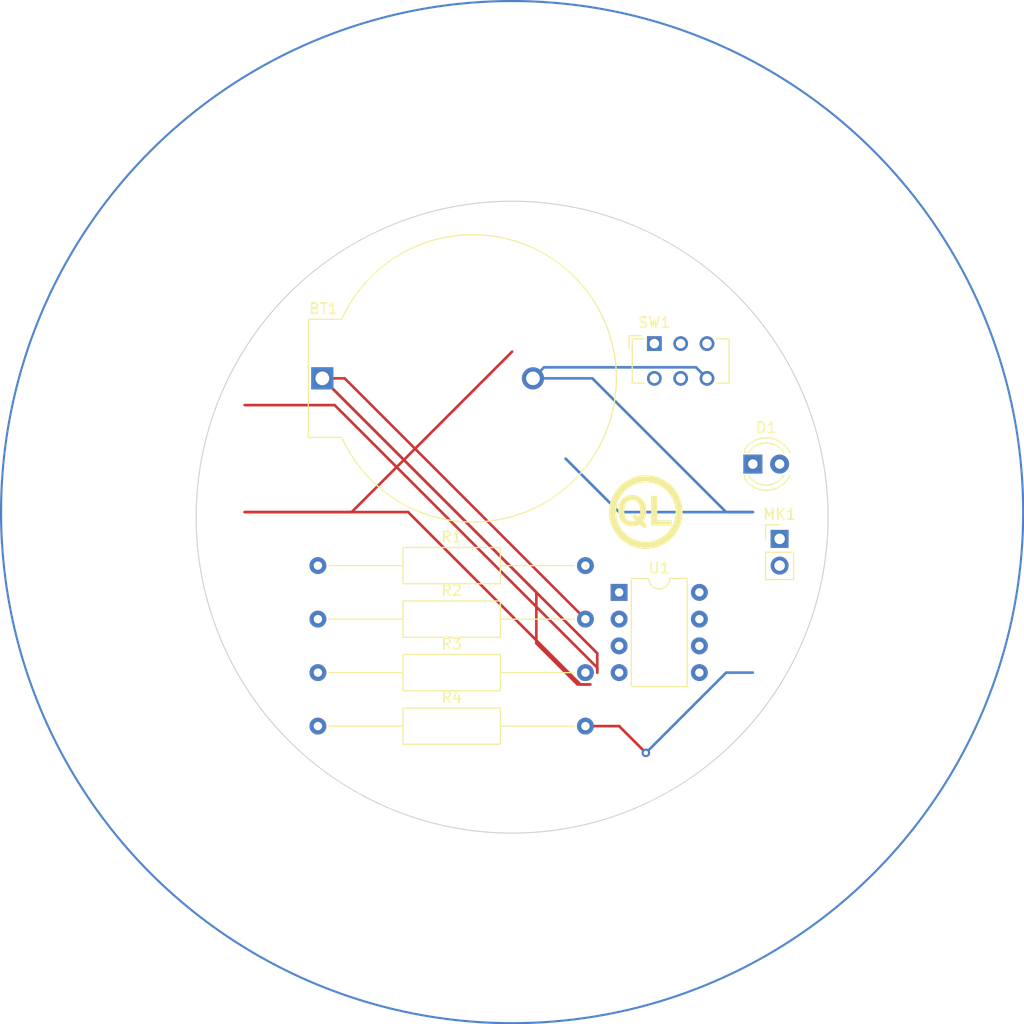
<source format=kicad_pcb>
(kicad_pcb (version 20221018) (generator pcbnew)
  (layers (0 "F.Cu" signal) (31 "B.Cu" signal) (34 "B.Paste" user) (35 "F.Paste" user) (36 "B.SilkS" user "B.Silkscreen") (37 "F.SilkS" user "F.Silkscreen") (38 "B.Mask" user) (39 "F.Mask" user) (44 "Edge.Cuts" user))
  (net 0 "")
  (net 1 "+3.3V")
  (net 2 "/POW")
  (net 3 "Net-(D1-K)")
  (net 4 "/LED")
  (net 5 "GND")
  (net 6 "Net-(MK1-+)")
  (net 7 "/RES-C")
  (net 8 "Net-(U1-PB2)")
  (footprint "Resistor_THT:R_Axial_DIN0309_L9.0mm_D3.2mm_P25.40mm_Horizontal" (layer "F.Cu") (at 121.26 109.22)
    (fp_text reference "R4" (at 12.7 -2.72) (layer "F.SilkS"))
    (fp_text value "LDR07")
    (fp_line (start 1.04 0) (end 8.08 0) (stroke (width 0.12)) (layer "F.SilkS"))
    (fp_line (start 8.08 -1.72) (end 8.08 1.72) (stroke (width 0.12)) (layer "F.SilkS"))
    (fp_line (start 8.08 1.72) (end 17.32 1.72) (stroke (width 0.12)) (layer "F.SilkS"))
    (fp_line (start 17.32 -1.72) (end 8.08 -1.72) (stroke (width 0.12)) (layer "F.SilkS"))
    (fp_line (start 17.32 1.72) (end 17.32 -1.72) (stroke (width 0.12)) (layer "F.SilkS"))
    (fp_line (start 24.36 0) (end 17.32 0) (stroke (width 0.12)) (layer "F.SilkS"))
    (pad "1" thru_hole circle (at 0 0) (size 1.6 1.6) (drill 0.8) (layers "*.Cu" "*.Mask") (net 7 "/RES-C"))
    (pad "2" thru_hole oval (at 25.4 0) (size 1.6 1.6) (drill 0.8) (layers "*.Cu" "*.Mask") (net 5 "GND"))
  )
  (footprint "Resistor_THT:R_Axial_DIN0309_L9.0mm_D3.2mm_P25.40mm_Horizontal" (layer "F.Cu") (at 121.26 104.14)
    (fp_text reference "R3" (at 12.7 -2.72) (layer "F.SilkS"))
    (fp_text value "R")
    (fp_line (start 1.04 0) (end 8.08 0) (stroke (width 0.12)) (layer "F.SilkS"))
    (fp_line (start 8.08 -1.72) (end 8.08 1.72) (stroke (width 0.12)) (layer "F.SilkS"))
    (fp_line (start 8.08 1.72) (end 17.32 1.72) (stroke (width 0.12)) (layer "F.SilkS"))
    (fp_line (start 17.32 -1.72) (end 8.08 -1.72) (stroke (width 0.12)) (layer "F.SilkS"))
    (fp_line (start 17.32 1.72) (end 17.32 -1.72) (stroke (width 0.12)) (layer "F.SilkS"))
    (fp_line (start 24.36 0) (end 17.32 0) (stroke (width 0.12)) (layer "F.SilkS"))
    (pad "1" thru_hole circle (at 0 0) (size 1.6 1.6) (drill 0.8) (layers "*.Cu" "*.Mask") (net 8 "Net-(U1-PB2)"))
    (pad "2" thru_hole oval (at 25.4 0) (size 1.6 1.6) (drill 0.8) (layers "*.Cu" "*.Mask") (net 6 "Net-(MK1-+)"))
  )
  (footprint "Resistor_THT:R_Axial_DIN0309_L9.0mm_D3.2mm_P25.40mm_Horizontal" (layer "F.Cu") (at 121.26 99.06)
    (fp_text reference "R2" (at 12.7 -2.72) (layer "F.SilkS"))
    (fp_text value "R")
    (fp_line (start 1.04 0) (end 8.08 0) (stroke (width 0.12)) (layer "F.SilkS"))
    (fp_line (start 8.08 -1.72) (end 8.08 1.72) (stroke (width 0.12)) (layer "F.SilkS"))
    (fp_line (start 8.08 1.72) (end 17.32 1.72) (stroke (width 0.12)) (layer "F.SilkS"))
    (fp_line (start 17.32 -1.72) (end 8.08 -1.72) (stroke (width 0.12)) (layer "F.SilkS"))
    (fp_line (start 17.32 1.72) (end 17.32 -1.72) (stroke (width 0.12)) (layer "F.SilkS"))
    (fp_line (start 24.36 0) (end 17.32 0) (stroke (width 0.12)) (layer "F.SilkS"))
    (pad "1" thru_hole circle (at 0 0) (size 1.6 1.6) (drill 0.8) (layers "*.Cu" "*.Mask") (net 7 "/RES-C"))
    (pad "2" thru_hole oval (at 25.4 0) (size 1.6 1.6) (drill 0.8) (layers "*.Cu" "*.Mask") (net 1 "+3.3V"))
  )
  (footprint "LOGO" (layer "F.Cu") (at 152.4 88.9)
    (fp_text reference "G***" hide)
    (fp_text value "LOGO" hide)
    (fp_poly (pts (xy 1.080269 -0.386299) (xy 1.080269 0.772597) (xy 1.770821 0.772597) (xy 2.461372 0.772597) (xy 2.461372 1.02899) (xy 2.461372 1.285383) (xy 1.476823 1.285383) (xy 0.492274 1.285383) (xy 0.492274 -0.129906) (xy 0.492274 -1.545196) (xy 0.786271 -1.545196) (xy 1.080269 -1.545196)) (fill solid) (layer "F.SilkS"))
    (fp_poly (pts (xy 0.10059 -3.496243) (xy 0.163964 -3.495095) (xy 0.221161 -3.493371) (xy 0.269701 -3.49107) (xy 0.307105 -3.488193) (xy 0.307671 -3.488135) (xy 0.511857 -3.46241) (xy 0.706717 -3.428166) (xy 0.893985 -3.384924) (xy 1.075397 -3.332203) (xy 1.252687 -3.269524) (xy 1.42759 -3.196408) (xy 1.521265 -3.152606) (xy 1.713636 -3.051933) (xy 1.898219 -2.940398) (xy 2.074653 -2.818498) (xy 2.242576 -2.686725) (xy 2.401626 -2.545575) (xy 2.551443 -2.395542) (xy 2.691666 -2.23712) (xy 2.821932 -2.070803) (xy 2.941881 -1.897086) (xy 3.051151 -1.716464) (xy 3.149382 -1.52943) (xy 3.23621 -1.336479) (xy 3.311277 -1.138106) (xy 3.374219 -0.934804) (xy 3.424676 -0.727069) (xy 3.462286 -0.515394) (xy 3.46557 -0.492275) (xy 3.474451 -0.426049) (xy 3.481533 -0.367445) (xy 3.487008 -0.313465) (xy 3.491065 -0.261106) (xy 3.493897 -0.207368) (xy 3.495696 -0.14925) (xy 3.496652 -0.083753) (xy 3.496957 -0.007875) (xy 3.496959 0) (xy 3.496706 0.077023) (xy 3.49582 0.143379) (xy 3.49411 0.20207) (xy 3.491385 0.256096) (xy 3.487452 0.308457) (xy 3.482121 0.362154) (xy 3.4752 0.420188) (xy 3.466499 0.485559) (xy 3.46557 0.492274) (xy 3.429372 0.704346) (xy 3.380287 0.912531) (xy 3.318679 1.116336) (xy 3.244907 1.315267) (xy 3.159333 1.508828) (xy 3.062319 1.696526) (xy 2.954226 1.877866) (xy 2.835415 2.052354) (xy 2.706248 2.219495) (xy 2.567085 2.378795) (xy 2.418289 2.52976) (xy 2.26022 2.671895) (xy 2.093239 2.804706) (xy 1.917709 2.927699) (xy 1.733991 3.040379) (xy 1.542444 3.142251) (xy 1.521265 3.152605) (xy 1.342331 3.233465) (xy 1.161874 3.303077) (xy 0.978163 3.361928) (xy 0.78947 3.410506) (xy 0.594063 3.449299) (xy 0.390211 3.478794) (xy 0.345276 3.48395) (xy 0.314977 3.486559) (xy 0.273952 3.489051) (xy 0.22459 3.49137) (xy 0.169283 3.493459) (xy 0.11042 3.495262) (xy 0.050393 3.496721) (xy -0.008407 3.497781) (xy -0.063591 3.498384) (xy -0.112768 3.498475) (xy -0.153547 3.497995) (xy -0.183536 3.496889) (xy -0.188022 3.496589) (xy -0.363393 3.480672) (xy -0.52825 3.459643) (xy -0.684959 3.432984) (xy -0.835885 3.400178) (xy -0.983393 3.360708) (xy -1.129849 3.314056) (xy -1.277618 3.259706) (xy -1.285384 3.256659) (xy -1.482887 3.171709) (xy -1.673603 3.075218) (xy -1.857137 2.967683) (xy -2.033095 2.849606) (xy -2.201084 2.721487) (xy -2.360708 2.583823) (xy -2.511574 2.437117) (xy -2.653288 2.281866) (xy -2.785455 2.118572) (xy -2.907681 1.947734) (xy -3.019572 1.769851) (xy -3.120734 1.585424) (xy -3.210773 1.394953) (xy -3.289295 1.198936) (xy -3.355905 0.997874) (xy -3.410209 0.792267) (xy -3.451813 0.582614) (xy -3.465571 0.492274) (xy -3.474452 0.426048) (xy -3.481534 0.367445) (xy -3.487008 0.313464) (xy -3.491066 0.261105) (xy -3.493898 0.207367) (xy -3.495697 0.14925) (xy -3.496561 0.090085) (xy -2.81287 0.090085) (xy -2.800511 0.281391) (xy -2.775105 0.47169) (xy -2.73656 0.660188) (xy -2.704573 0.780828) (xy -2.64356 0.967151) (xy -2.570236 1.147797) (xy -2.484944 1.322267) (xy -2.38803 1.49006) (xy -2.279839 1.650679) (xy -2.160715 1.803623) (xy -2.031003 1.948393) (xy -1.891047 2.08449) (xy -1.741192 2.211414) (xy -1.690063 2.250871) (xy -1.53234 2.361335) (xy -1.367638 2.460382) (xy -1.19676 2.54777) (xy -1.020508 2.623255) (xy -0.839682 2.686596) (xy -0.655086 2.73755) (xy -0.46752 2.775874) (xy -0.277786 2.801325) (xy -0.086685 2.813661) (xy 0.10498 2.812639) (xy 0.157254 2.81001) (xy 0.35562 2.791457) (xy 0.549983 2.759954) (xy 0.739954 2.715676) (xy 0.925141 2.658799) (xy 1.105154 2.589497) (xy 1.279602 2.507944) (xy 1.448095 2.414316) (xy 1.610241 2.308788) (xy 1.765651 2.191534) (xy 1.913933 2.06273) (xy 1.98967 1.98967) (xy 2.124322 1.845753) (xy 2.247106 1.695121) (xy 2.358218 1.53749) (xy 2.457856 1.37258) (xy 2.546218 1.200107) (xy 2.55426 1.182826) (xy 2.630244 1.002045) (xy 2.693158 0.817879) (xy 2.743002 0.630966) (xy 2.779778 0.441942) (xy 2.803483 0.251444) (xy 2.814119 0.06011) (xy 2.811685 -0.131425) (xy 2.796182 -0.322522) (xy 2.767609 -0.512545) (xy 2.725967 -0.700858) (xy 2.671255 -0.886822) (xy 2.603473 -1.069802) (xy 2.55426 -1.182827) (xy 2.467252 -1.355218) (xy 2.368534 -1.52096) (xy 2.258658 -1.679456) (xy 2.138178 -1.830106) (xy 2.007646 -1.972311) (xy 1.867615 -2.105473) (xy 1.718638 -2.228993) (xy 1.561268 -2.342273) (xy 1.396058 -2.444712) (xy 1.381208 -2.453162) (xy 1.210466 -2.541847) (xy 1.034372 -2.618225) (xy 0.853719 -2.682204) (xy 0.669304 -2.733691) (xy 0.481922 -2.772593) (xy 0.292366 -2.798819) (xy 0.101432 -2.812275) (xy -0.090086 -2.81287) (xy -0.281391 -2.800511) (xy -0.471691 -2.775105) (xy -0.660189 -2.73656) (xy -0.780829 -2.704573) (xy -0.966472 -2.643765) (xy -1.146469 -2.570696) (xy -1.320287 -2.485788) (xy -1.487392 -2.389465) (xy -1.647251 -2.282147) (xy -1.799329 -2.164258) (xy -1.943095 -2.03622) (xy -2.078013 -1.898454) (xy -2.203551 -1.751383) (xy -2.319174 -1.59543) (xy -2.42435 -1.431016) (xy -2.453162 -1.381209) (xy -2.541847 -1.210467) (xy -2.618225 -1.034372) (xy -2.682204 -0.85372) (xy -2.733691 -0.669305) (xy -2.772593 -0.481922) (xy -2.798819 -0.292367) (xy -2.812275 -0.101433) (xy -2.81287 0.090085) (xy -3.496561 0.090085) (xy -3.496653 0.083752) (xy -3.496957 0.007874) (xy -3.496959 0) (xy -3.496707 -0.077023) (xy -3.495821 -0.14338) (xy -3.494111 -0.202071) (xy -3.491385 -0.256096) (xy -3.487453 -0.308457) (xy -3.482122 -0.362155) (xy -3.475201 -0.420188) (xy -3.466499 -0.48556) (xy -3.465571 -0.492275) (xy -3.429372 -0.704346) (xy -3.380288 -0.912532) (xy -3.318679 -1.116337) (xy -3.244908 -1.315268) (xy -3.159334 -1.508829) (xy -3.06232 -1.696527) (xy -2.954227 -1.877867) (xy -2.835416 -2.052355) (xy -2.706248 -2.219496) (xy -2.567086 -2.378796) (xy -2.418289 -2.529761) (xy -2.26022 -2.671896) (xy -2.09324 -2.804707) (xy -1.91771 -2.9277) (xy -1.733991 -3.04038) (xy -1.542445 -3.142252) (xy -1.521266 -3.152606) (xy -1.346928 -3.231534) (xy -1.171137 -3.299766) (xy -0.992157 -3.357782) (xy -0.808254 -3.406062) (xy -0.617692 -3.445085) (xy -0.418737 -3.475331) (xy -0.307672 -3.488135) (xy -0.270496 -3.491022) (xy -0.222138 -3.493334) (xy -0.165078 -3.495068) (xy -0.101795 -3.496227) (xy -0.034769 -3.496809) (xy 0.033519 -3.496814)) (fill solid) (layer "F.SilkS"))
    (fp_poly (pts (xy -1.214275 -1.629769) (xy -1.15203 -1.627008) (xy -1.097212 -1.622545) (xy -1.063177 -1.618096) (xy -0.928708 -1.590205) (xy -0.802089 -1.551169) (xy -0.683065 -1.500857) (xy -0.571381 -1.439137) (xy -0.466781 -1.365878) (xy -0.369011 -1.280948) (xy -0.327042 -1.238749) (xy -0.246211 -1.145597) (xy -0.175776 -1.046635) (xy -0.11533 -0.940968) (xy -0.064465 -0.827698) (xy -0.022774 -0.705931) (xy 0.01015 -0.57477) (xy 0.032607 -0.448066) (xy 0.036854 -0.409428) (xy 0.04016 -0.359765) (xy 0.042528 -0.301695) (xy 0.043962 -0.237836) (xy 0.044464 -0.170804) (xy 0.044039 -0.103218) (xy 0.042689 -0.037695) (xy 0.040417 0.023149) (xy 0.037227 0.076695) (xy 0.033123 0.120326) (xy 0.031881 0.129905) (xy 0.02032 0.205781) (xy 0.007768 0.272834) (xy -0.006894 0.335916) (xy -0.024783 0.399876) (xy -0.045171 0.46402) (xy -0.082299 0.564301) (xy -0.124259 0.656767) (xy -0.170071 0.739437) (xy -0.21304 0.80284) (xy -0.259667 0.864847) (xy -0.17912 0.946919) (xy -0.123549 1.003642) (xy -0.076852 1.051699) (xy -0.038268 1.092125) (xy -0.007034 1.125958) (xy 0.017609 1.154234) (xy 0.036424 1.177989) (xy 0.050172 1.19826) (xy 0.059615 1.216083) (xy 0.065513 1.232495) (xy 0.068628 1.248532) (xy 0.069721 1.265231) (xy 0.069554 1.283627) (xy 0.069504 1.285383) (xy 0.063338 1.351702) (xy 0.049201 1.40801) (xy 0.027338 1.453938) (xy -0.002005 1.489119) (xy -0.038581 1.513187) (xy -0.082144 1.525774) (xy -0.092302 1.526936) (xy -0.120464 1.527912) (xy -0.148145 1.526562) (xy -0.161742 1.524633) (xy -0.180619 1.519851) (xy -0.19902 1.512889) (xy -0.2183 1.502728) (xy -0.239812 1.488347) (xy -0.264911 1.468727) (xy -0.294951 1.442849) (xy -0.331287 1.409694) (xy -0.375274 1.36824) (xy -0.396768 1.347716) (xy -0.434975 1.311164) (xy -0.470883 1.276874) (xy -0.50305 1.246218) (xy -0.530033 1.220569) (xy -0.550389 1.201299) (xy -0.562677 1.189781) (xy -0.564309 1.188283) (xy -0.584638 1.16981) (xy -0.617899 1.190512) (xy -0.656901 1.21309) (xy -0.703422 1.237376) (xy -0.753186 1.261348) (xy -0.801917 1.282982) (xy -0.845338 1.300255) (xy -0.862349 1.306178) (xy -0.948121 1.329471) (xy -1.043563 1.34696) (xy -1.1459 1.358502) (xy -1.252355 1.363955) (xy -1.36015 1.363175) (xy -1.46651 1.35602) (xy -1.567612 1.342524) (xy -1.664641 1.321426) (xy -1.763957 1.291402) (xy -1.861046 1.254083) (xy -1.951395 1.211098) (xy -1.98838 1.190501) (xy -2.060864 1.143117) (xy -2.134983 1.085704) (xy -2.207686 1.021077) (xy -2.275921 0.952053) (xy -2.336637 0.881447) (xy -2.367283 0.840773) (xy -2.429248 0.742865) (xy -2.483655 0.634272) (xy -2.530177 0.51591) (xy -2.568492 0.388696) (xy -2.598275 0.253547) (xy -2.616245 0.136316) (xy -2.621204 0.084831) (xy -2.624822 0.02298) (xy -2.627098 -0.045993) (xy -2.628032 -0.118845) (xy -2.627795 -0.161685) (xy -2.043968 -0.161685) (xy -2.043128 -0.094647) (xy -2.040973 -0.027681) (xy -2.037583 0.036169) (xy -2.033042 0.09386) (xy -2.02743 0.142348) (xy -2.02452 0.160673) (xy -2.001451 0.268653) (xy -1.972385 0.365382) (xy -1.936728 0.452172) (xy -1.893885 0.530333) (xy -1.84326 0.601177) (xy -1.804599 0.6453) (xy -1.732767 0.711772) (xy -1.654611 0.766122) (xy -1.570194 0.808316) (xy -1.47958 0.838322) (xy -1.398197 0.854156) (xy -1.35499 0.857775) (xy -1.303722 0.858476) (xy -1.249214 0.856489) (xy -1.196284 0.852044) (xy -1.149754 0.845372) (xy -1.131018 0.841423) (xy -1.106055 0.834773) (xy -1.07694 0.826093) (xy -1.046848 0.816449) (xy -1.018954 0.806907) (xy -0.996433 0.798534) (xy -0.982461 0.792396) (xy -0.979819 0.790657) (xy -0.983877 0.785542) (xy -0.99627 0.772397) (xy -1.015508 0.752702) (xy -1.040098 0.727935) (xy -1.06855 0.699576) (xy -1.099373 0.669104) (xy -1.131075 0.637999) (xy -1.162166 0.607739) (xy -1.191153 0.579805) (xy -1.216547 0.555675) (xy -1.219005 0.553365) (xy -1.258602 0.516204) (xy -1.262716 0.433742) (xy -1.263992 0.387424) (xy -1.262039 0.350173) (xy -1.256019 0.317592) (xy -1.245093 0.285283) (xy -1.228422 0.24885) (xy -1.226842 0.24568) (xy -1.203081 0.212862) (xy -1.169742 0.187799) (xy -1.129212 0.171619) (xy -1.083877 0.165454) (xy -1.059758 0.166521) (xy -1.035295 0.169456) (xy -1.014202 0.173353) (xy -0.994906 0.179255) (xy -0.975835 0.188204) (xy -0.955416 0.201243) (xy -0.932076 0.219416) (xy -0.904244 0.243765) (xy -0.870345 0.275334) (xy -0.828808 0.315165) (xy -0.813929 0.329552) (xy -0.772313 0.369663) (xy -0.73934 0.400987) (xy -0.713974 0.424398) (xy -0.695183 0.440771) (xy -0.681933 0.450982) (xy -0.673191 0.455905) (xy -0.667922 0.456416) (xy -0.66591 0.454853) (xy -0.658689 0.441646) (xy -0.648283 0.418338) (xy -0.6358 0.38781) (xy -0.622347 0.352944) (xy -0.609031 0.316622) (xy -0.596957 0.281727) (xy -0.587233 0.251141) (xy -0.585766 0.246137) (xy -0.571705 0.193033) (xy -0.560881 0.141363) (xy -0.55286 0.087856) (xy -0.547207 0.029239) (xy -0.543487 -0.037761) (xy -0.542003 -0.083343) (xy -0.542535 -0.225975) (xy -0.551845 -0.358213) (xy -0.569972 -0.48018) (xy -0.596952 -0.591997) (xy -0.632823 -0.693786) (xy -0.677623 -0.785671) (xy -0.731389 -0.867772) (xy -0.794158 -0.940211) (xy -0.810041 -0.955677) (xy -0.866786 -1.004041) (xy -0.924635 -1.042188) (xy -0.988272 -1.0731) (xy -1.005168 -1.079867) (xy -1.050765 -1.096057) (xy -1.094172 -1.108041) (xy -1.138686 -1.116323) (xy -1.187603 -1.121403) (xy -1.244216 -1.123783) (xy -1.29564 -1.124089) (xy -1.341837 -1.123667) (xy -1.377524 -1.122726) (xy -1.405863 -1.120955) (xy -1.430018 -1.118044) (xy -1.453151 -1.113681) (xy -1.478424 -1.107556) (xy -1.48708 -1.10528) (xy -1.580204 -1.073944) (xy -1.665129 -1.031719) (xy -1.741771 -0.978722) (xy -1.810048 -0.915068) (xy -1.869878 -0.840874) (xy -1.921176 -0.756257) (xy -1.963861 -0.661331) (xy -1.99785 -0.556213) (xy -2.023059 -0.44102) (xy -2.037775 -0.332807) (xy -2.041373 -0.283809) (xy -2.04341 -0.225754) (xy -2.043968 -0.161685) (xy -2.627795 -0.161685) (xy -2.627625 -0.192335) (xy -2.625876 -0.263218) (xy -2.622785 -0.328251) (xy -2.618352 -0.384193) (xy -2.616245 -0.402965) (xy -2.592419 -0.55195) (xy -2.559213 -0.691118) (xy -2.51652 -0.820699) (xy -2.464235 -0.940924) (xy -2.402251 -1.052025) (xy -2.330464 -1.15423) (xy -2.248768 -1.247772) (xy -2.212906 -1.28318) (xy -2.11726 -1.365665) (xy -2.016567 -1.436525) (xy -1.909854 -1.496224) (xy -1.796147 -1.54523) (xy -1.674474 -1.584008) (xy -1.543861 -1.613026) (xy -1.514428 -1.61805) (xy -1.467537 -1.623796) (xy -1.410578 -1.627841) (xy -1.347048 -1.630185) (xy -1.280447 -1.630828)) (fill solid) (layer "F.SilkS"))
  )
  (footprint "Button_Switch_THT:SW_CuK_JS202011AQN_DPDT_Angled" (layer "F.Cu") (at 153.205 72.9)
    (fp_text reference "SW1" (at 0 -2) (layer "F.SilkS"))
    (fp_text value "SW_DPDT_x2")
    (fp_line (start -2.4 -0.75) (end -2.4 0.45) (stroke (width 0.12)) (layer "F.SilkS"))
    (fp_line (start -2.1 -0.45) (end -2.1 3.75) (stroke (width 0.12)) (layer "F.SilkS"))
    (fp_line (start -2.1 3.75) (end -0.9 3.75) (stroke (width 0.12)) (layer "F.SilkS"))
    (fp_line (start -1.2 -0.75) (end -2.4 -0.75) (stroke (width 0.12)) (layer "F.SilkS"))
    (fp_line (start -0.9 -0.45) (end -2.1 -0.45) (stroke (width 0.12)) (layer "F.SilkS"))
    (fp_line (start 5.9 -0.45) (end 7.1 -0.45) (stroke (width 0.12)) (layer "F.SilkS"))
    (fp_line (start 7.1 -0.45) (end 7.1 3.75) (stroke (width 0.12)) (layer "F.SilkS"))
    (fp_line (start 7.1 3.75) (end 5.9 3.75) (stroke (width 0.12)) (layer "F.SilkS"))
    (pad "1" thru_hole rect (at 0 0) (size 1.4 1.4) (drill 0.9) (layers "*.Cu" "*.Mask"))
    (pad "2" thru_hole circle (at 2.5 0) (size 1.4 1.4) (drill 0.9) (layers "*.Cu" "*.Mask"))
    (pad "3" thru_hole circle (at 5 0) (size 1.4 1.4) (drill 0.9) (layers "*.Cu" "*.Mask"))
    (pad "4" thru_hole circle (at 0 3.3) (size 1.4 1.4) (drill 0.9) (layers "*.Cu" "*.Mask"))
    (pad "5" thru_hole circle (at 2.5 3.3) (size 1.4 1.4) (drill 0.9) (layers "*.Cu" "*.Mask") (net 5 "GND"))
    (pad "6" thru_hole circle (at 5 3.3) (size 1.4 1.4) (drill 0.9) (layers "*.Cu" "*.Mask") (net 2 "/POW"))
  )
  (footprint "Battery:BatteryHolder_ComfortableElectronic_CH273-2450_1x2450" (layer "F.Cu") (at 121.68 76.2)
    (fp_text reference "BT1" (at 0.1 -6.62) (layer "F.SilkS"))
    (fp_text value "Battery_Cell")
    (fp_line (start -1.33 -5.61) (end 1.845 -5.61) (stroke (width 0.12)) (layer "F.SilkS"))
    (fp_line (start -1.33 5.61) (end -1.33 -5.61) (stroke (width 0.12)) (layer "F.SilkS"))
    (fp_line (start 1.845 5.61) (end -1.33 5.61) (stroke (width 0.12)) (layer "F.SilkS"))
    (fp_arc (start 1.845 -5.61) (mid 27.921896 0) (end 1.845 5.61) (stroke (width 0.12)) (layer "F.SilkS"))
    (pad "1" thru_hole rect (at 0 0 270) (size 2.1 2.1) (drill 1.3) (layers "*.Cu" "*.Mask") (net 1 "+3.3V"))
    (pad "2" thru_hole circle (at 20 0 270) (size 2.1 2.1) (drill 1.3) (layers "*.Cu" "*.Mask") (net 2 "/POW"))
  )
  (footprint "LED_THT:LED_D4.0mm" (layer "F.Cu") (at 162.56 84.34)
    (fp_text reference "D1" (at 1.27 -3.46) (layer "F.SilkS"))
    (fp_text value "LED")
    (fp_line (start -0.79 -1.399) (end -0.79 -1.08) (stroke (width 0.12)) (layer "F.SilkS"))
    (fp_line (start -0.79 1.08) (end -0.79 1.399) (stroke (width 0.12)) (layer "F.SilkS"))
    (fp_arc (start -0.79 -1.398749) (mid 1.453519 -2.483228) (end 3.513242 -1.080724) (stroke (width 0.12)) (layer "F.SilkS"))
    (fp_arc (start -0.41333 -1.08) (mid 1.269429 -2) (end 2.952713 -1.080961) (stroke (width 0.12)) (layer "F.SilkS"))
    (fp_arc (start 2.952713 1.080961) (mid 1.269429 2) (end -0.41333 1.08) (stroke (width 0.12)) (layer "F.SilkS"))
    (fp_arc (start 3.513242 1.080724) (mid 1.453519 2.483228) (end -0.79 1.398749) (stroke (width 0.12)) (layer "F.SilkS"))
    (pad "1" thru_hole rect (at 0 0) (size 1.8 1.8) (drill 0.9) (layers "*.Cu" "*.Mask") (net 3 "Net-(D1-K)"))
    (pad "2" thru_hole circle (at 2.54 0) (size 1.8 1.8) (drill 0.9) (layers "*.Cu" "*.Mask") (net 4 "/LED"))
  )
  (footprint "Connector_PinHeader_2.54mm:PinHeader_1x02_P2.54mm_Vertical" (layer "F.Cu") (at 165.1 91.44)
    (fp_text reference "MK1" (at 0 -2.33) (layer "F.SilkS"))
    (fp_text value "Microphone_Condenser")
    (fp_line (start -1.33 -1.33) (end 0 -1.33) (stroke (width 0.12)) (layer "F.SilkS"))
    (fp_line (start -1.33 0) (end -1.33 -1.33) (stroke (width 0.12)) (layer "F.SilkS"))
    (fp_line (start -1.33 1.27) (end -1.33 3.87) (stroke (width 0.12)) (layer "F.SilkS"))
    (fp_line (start -1.33 1.27) (end 1.33 1.27) (stroke (width 0.12)) (layer "F.SilkS"))
    (fp_line (start -1.33 3.87) (end 1.33 3.87) (stroke (width 0.12)) (layer "F.SilkS"))
    (fp_line (start 1.33 1.27) (end 1.33 3.87) (stroke (width 0.12)) (layer "F.SilkS"))
    (pad "1" thru_hole rect (at 0 0) (size 1.7 1.7) (drill 1) (layers "*.Cu" "*.Mask") (net 5 "GND"))
    (pad "2" thru_hole oval (at 0 2.54) (size 1.7 1.7) (drill 1) (layers "*.Cu" "*.Mask") (net 6 "Net-(MK1-+)"))
  )
  (footprint "Package_DIP:DIP-8_W7.62mm" (layer "F.Cu") (at 149.86 96.52)
    (fp_text reference "U1" (at 3.81 -2.33) (layer "F.SilkS"))
    (fp_text value "ATtiny85V-10P")
    (fp_line (start 1.16 -1.33) (end 1.16 8.95) (stroke (width 0.12)) (layer "F.SilkS"))
    (fp_line (start 1.16 8.95) (end 6.46 8.95) (stroke (width 0.12)) (layer "F.SilkS"))
    (fp_line (start 2.81 -1.33) (end 1.16 -1.33) (stroke (width 0.12)) (layer "F.SilkS"))
    (fp_line (start 6.46 -1.33) (end 4.81 -1.33) (stroke (width 0.12)) (layer "F.SilkS"))
    (fp_line (start 6.46 8.95) (end 6.46 -1.33) (stroke (width 0.12)) (layer "F.SilkS"))
    (fp_arc (start 4.81 -1.33) (mid 3.81 -0.33) (end 2.81 -1.33) (stroke (width 0.12)) (layer "F.SilkS"))
    (pad "1" thru_hole rect (at 0 0) (size 1.6 1.6) (drill 0.8) (layers "*.Cu" "*.Mask"))
    (pad "2" thru_hole oval (at 0 2.54) (size 1.6 1.6) (drill 0.8) (layers "*.Cu" "*.Mask") (net 7 "/RES-C"))
    (pad "3" thru_hole oval (at 0 5.08) (size 1.6 1.6) (drill 0.8) (layers "*.Cu" "*.Mask"))
    (pad "4" thru_hole oval (at 0 7.62) (size 1.6 1.6) (drill 0.8) (layers "*.Cu" "*.Mask") (net 5 "GND"))
    (pad "5" thru_hole oval (at 7.62 7.62) (size 1.6 1.6) (drill 0.8) (layers "*.Cu" "*.Mask"))
    (pad "6" thru_hole oval (at 7.62 5.08) (size 1.6 1.6) (drill 0.8) (layers "*.Cu" "*.Mask") (net 4 "/LED"))
    (pad "7" thru_hole oval (at 7.62 2.54) (size 1.6 1.6) (drill 0.8) (layers "*.Cu" "*.Mask") (net 8 "Net-(U1-PB2)"))
    (pad "8" thru_hole oval (at 7.62 0) (size 1.6 1.6) (drill 0.8) (layers "*.Cu" "*.Mask") (net 1 "+3.3V"))
  )
  (footprint "Resistor_THT:R_Axial_DIN0309_L9.0mm_D3.2mm_P25.40mm_Horizontal" (layer "F.Cu") (at 121.26 93.98)
    (fp_text reference "R1" (at 12.7 -2.72) (layer "F.SilkS"))
    (fp_text value "R")
    (fp_line (start 1.04 0) (end 8.08 0) (stroke (width 0.12)) (layer "F.SilkS"))
    (fp_line (start 8.08 -1.72) (end 8.08 1.72) (stroke (width 0.12)) (layer "F.SilkS"))
    (fp_line (start 8.08 1.72) (end 17.32 1.72) (stroke (width 0.12)) (layer "F.SilkS"))
    (fp_line (start 17.32 -1.72) (end 8.08 -1.72) (stroke (width 0.12)) (layer "F.SilkS"))
    (fp_line (start 17.32 1.72) (end 17.32 -1.72) (stroke (width 0.12)) (layer "F.SilkS"))
    (fp_line (start 24.36 0) (end 17.32 0) (stroke (width 0.12)) (layer "F.SilkS"))
    (pad "1" thru_hole circle (at 0 0) (size 1.6 1.6) (drill 0.8) (layers "*.Cu" "*.Mask") (net 3 "Net-(D1-K)"))
    (pad "2" thru_hole oval (at 25.4 0) (size 1.6 1.6) (drill 0.8) (layers "*.Cu" "*.Mask") (net 5 "GND"))
  )
  (gr_circle (center 139.7 88.9) (end 104.14 121.92) (stroke (width 0.2)) (fill none) (layer "B.Cu"))
  (gr_circle locked (center 139.7 89.38) (end 169.7 89.38) (stroke (width 0.1)) (fill none) (layer "Edge.Cuts"))
  (segment (start 146.194009 105.265) (end 129.829009 88.9) (width 0.25) (layer "F.Cu") (net 1))
  (segment (start 114.3 88.9) (end 124.46 88.9) (width 0.25) (layer "F.Cu") (net 1))
  (segment (start 142 101.36) (end 144.78 104.14) (width 0.25) (layer "F.Cu") (net 1))
  (segment (start 145.905 105.265) (end 147.125991 105.265) (width 0.25) (layer "F.Cu") (net 1))
  (segment (start 147.125991 105.265) (end 146.194009 105.265) (width 0.25) (layer "F.Cu") (net 1))
  (segment (start 121.68 76.2) (end 142 96.52) (width 0.25) (layer "F.Cu") (net 1))
  (segment (start 121.68 76.2) (end 123.8 76.2) (width 0.25) (layer "F.Cu") (net 1))
  (segment (start 147.785 102.305) (end 147.785 104.14) (width 0.25) (layer "F.Cu") (net 1))
  (segment (start 147.785 103.674009) (end 122.850991 78.74) (width 0.25) (layer "F.Cu") (net 1))
  (segment (start 144.78 104.14) (end 145.905 105.265) (width 0.25) (layer "F.Cu") (net 1))
  (segment (start 123.8 76.2) (end 146.66 99.06) (width 0.25) (layer "F.Cu") (net 1))
  (segment (start 122.850991 78.74) (end 114.3 78.74) (width 0.25) (layer "F.Cu") (net 1))
  (segment (start 147.785 104.14) (end 147.785 103.674009) (width 0.25) (layer "F.Cu") (net 1))
  (segment (start 124.46 88.9) (end 139.7 73.66) (width 0.25) (layer "F.Cu") (net 1))
  (segment (start 142 96.52) (end 142 101.36) (width 0.25) (layer "F.Cu") (net 1))
  (segment (start 121.68 76.2) (end 147.785 102.305) (width 0.25) (layer "F.Cu") (net 1))
  (segment (start 129.829009 88.9) (end 114.3 88.9) (width 0.25) (layer "F.Cu") (net 1))
  (segment (start 162.56 88.9) (end 149.86 88.9) (width 0.25) (layer "B.Cu") (net 2))
  (segment (start 149.86 88.9) (end 144.78 83.82) (width 0.25) (layer "B.Cu") (net 2))
  (segment (start 141.68 76.2) (end 147.32 76.2) (width 0.25) (layer "B.Cu") (net 2))
  (segment (start 160.02 88.9) (end 162.56 88.9) (width 0.25) (layer "B.Cu") (net 2))
  (segment (start 141.68 76.2) (end 142.73 75.15) (width 0.25) (layer "B.Cu") (net 2))
  (segment (start 147.32 76.2) (end 160.02 88.9) (width 0.25) (layer "B.Cu") (net 2))
  (segment (start 157.155 75.15) (end 158.205 76.2) (width 0.25) (layer "B.Cu") (net 2))
  (segment (start 142.73 75.15) (end 157.155 75.15) (width 0.25) (layer "B.Cu") (net 2))
  (segment (start 149.86 109.22) (end 152.4 111.76) (width 0.25) (layer "F.Cu") (net 5))
  (segment (start 146.66 109.22) (end 149.86 109.22) (width 0.25) (layer "F.Cu") (net 5))
  (via (at 152.4 111.76) (size 0.8) (drill 0.4) (layers "F.Cu" "B.Cu") (net 5))
  (via (at 152.4 111.76) (size 0.8) (drill 0.4) (layers "F.Cu" "B.Cu") (net 5))
  (segment (start 146.66 109.22) (end 147.32 109.22) (width 0.25) (layer "B.Cu") (net 5))
  (segment (start 162.56 104.14) (end 160.02 104.14) (width 0.25) (layer "B.Cu") (net 5))
  (segment (start 152.4 111.76) (end 160.02 104.14) (width 0.25) (layer "B.Cu") (net 5))
)
</source>
